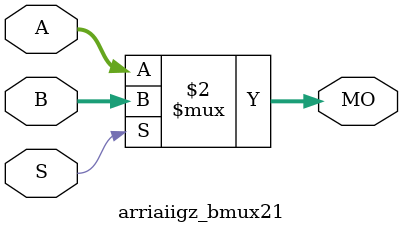
<source format=v>
module arriaiigz_bmux21 (MO, A, B, S);
   input [15:0] A, B;
   input 	S;
   output [15:0] MO; 
   assign MO = (S == 1) ? B : A; 
endmodule
</source>
